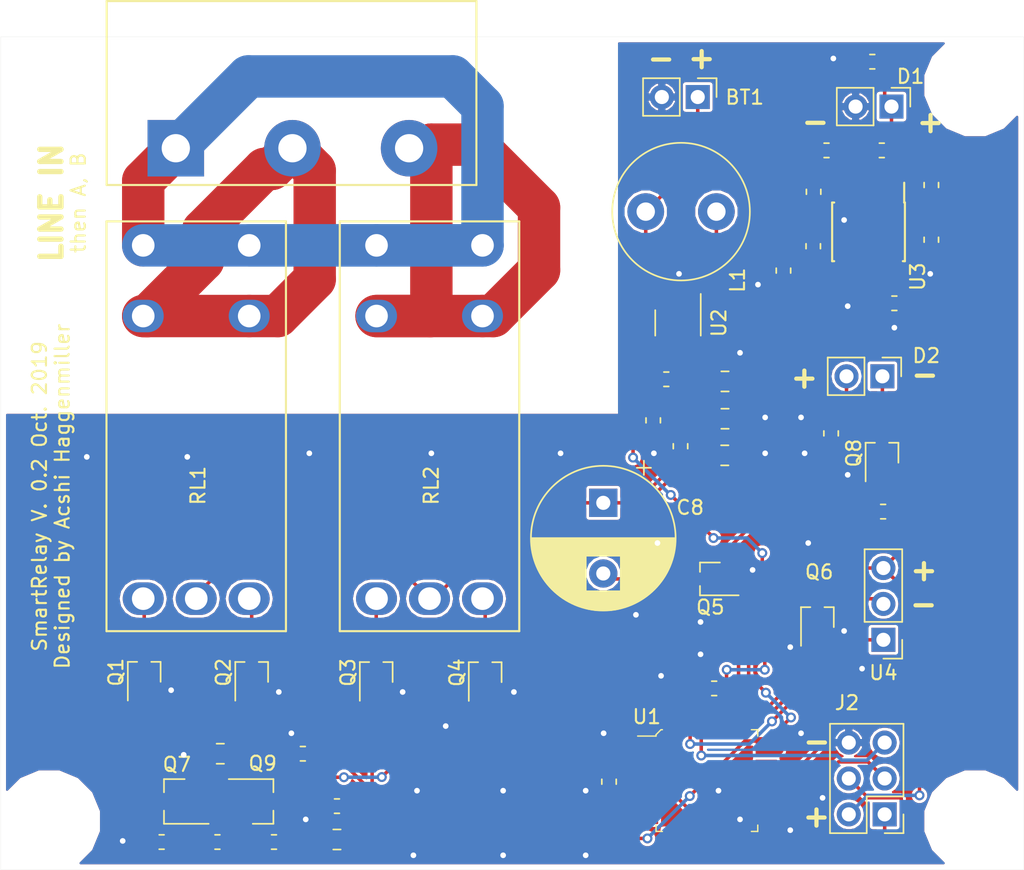
<source format=kicad_pcb>
(kicad_pcb (version 20171130) (host pcbnew "(5.0.2)-1")
  (layers (0 F.Cu signal) (31 B.Cu signal) (34 B.Paste user) (35 F.Paste user) (36 B.SilkS user) (37 F.SilkS user) (38 B.Mask user) (39 F.Mask user) (44 Edge.Cuts user))
  (net 0 "")
  (net 1 GND)
  (net 2 /+1.2V)
  (net 3 +5V)
  (net 4 /NOISE)
  (net 5 /LiveIn)
  (net 6 /LiveOutA)
  (net 7 /LiveOutB)
  (net 8 "Net-(L1-Pad2)")
  (net 9 "Net-(Q1-Pad3)")
  (net 10 "Net-(Q2-Pad3)")
  (net 11 "Net-(Q3-Pad3)")
  (net 12 "Net-(Q4-Pad3)")
  (net 13 /RELAY_CTRL_A_RESET)
  (net 14 /RELAY_CTRL_A_SET)
  (net 15 /RELAY_CTRL_B_RESET)
  (net 16 /RELAY_CTRL_B_SET)
  (net 17 /IR_SEND)
  (net 18 /IR_RECV)
  (net 19 /MOSI)
  (net 20 /MISO)
  (net 21 /SCK)
  (net 22 "Net-(C3-Pad1)")
  (net 23 "Net-(C3-Pad2)")
  (net 24 "Net-(C4-Pad1)")
  (net 25 /WAKEUP)
  (net 26 "Net-(C10-Pad1)")
  (net 27 "Net-(C11-Pad1)")
  (net 28 "Net-(D2-Pad1)")
  (net 29 "Net-(D2-Pad2)")
  (net 30 /~RST)
  (net 31 /CAP_ENABLE)
  (net 32 "Net-(C8-Pad2)")
  (net 33 /RECV_ENABLE)
  (net 34 "Net-(R3-Pad2)")
  (net 35 "Net-(R4-Pad2)")
  (net 36 "Net-(R5-Pad2)")
  (net 37 "Net-(R8-Pad2)")
  (net 38 /+5V_RELAY)
  (net 39 "Net-(C9-Pad1)")
  (net 40 "Net-(Q7-Pad2)")
  (net 41 "Net-(Q6-Pad3)")
  (module MountingHole:MountingHole_3.2mm_M3 (layer F.Cu) (at 171.831 138.049)
    (fp_text reference REF** hide)
    (fp_text value MountingHole_3.2mm_M3)
    (pad "" np_thru_hole circle (at 0 0) (size 3.2 3.2) (drill 3.2) (layers *.Cu *.Mask) (clearance 2))
  )
  (module MountingHole:MountingHole_3.2mm_M3 (layer F.Cu) (at 106.299 138.049)
    (fp_text reference REF** hide)
    (fp_text value MountingHole_3.2mm_M3)
    (pad "" np_thru_hole circle (at 0 0) (size 3.2 3.2) (drill 3.2) (layers *.Cu *.Mask) (clearance 2))
  )
  (module MountingHole:MountingHole_3.2mm_M3 (layer F.Cu) (at 171.831 85.979)
    (fp_text reference REF** hide)
    (fp_text value MountingHole_3.2mm_M3)
    (pad "" np_thru_hole circle (at 0 0) (size 3.2 3.2) (drill 3.2) (layers *.Cu *.Mask) (clearance 2))
  )
  (module LatchingRelay:LatchingRelayG5RL-K1A-E (layer F.Cu) (at 124.46 114.3 90)
    (fp_text reference RL1 (at 0 -7.62 90) (layer F.SilkS))
    (fp_text value G5RL-K1A-E)
    (pad 3 thru_hole oval (at 17 -4 90) (size 2.3 2.9) (drill 1.6) (layers *.Cu *.Mask) (net 5 /LiveIn))
    (pad 2 thru_hole oval (at 12 -4 90) (size 2.3 2.9) (drill 1.6) (layers *.Cu *.Mask) (net 6 /LiveOutA))
    (pad 3 thru_hole oval (at 17 -11.5 90) (size 2.3 2.9) (drill 1.6) (layers *.Cu *.Mask) (net 5 /LiveIn))
    (pad 2 thru_hole oval (at 12 -11.5 90) (size 2.3 2.9) (drill 1.6) (layers *.Cu *.Mask) (net 6 /LiveOutA))
    (pad 4 thru_hole oval (at -8 -4 90) (size 2.3 2.9) (drill 1.6) (layers *.Cu *.Mask) (net 10 "Net-(Q2-Pad3)"))
    (pad 5 thru_hole oval (at -8 -7.75 90) (size 2.3 2.9) (drill 1.6) (layers *.Cu *.Mask) (net 38 /+5V_RELAY))
    (pad 1 thru_hole oval (at -8 -11.5 90) (size 2.3 2.9) (drill 1.6) (layers *.Cu *.Mask) (net 9 "Net-(Q1-Pad3)"))
  )
  (module LatchingRelay:LatchingRelayG5RL-K1A-E (layer F.Cu) (at 140.97 114.3 90)
    (fp_text reference RL2 (at 0 -7.62 90) (layer F.SilkS))
    (fp_text value G5RL-K1A-E)
    (pad 3 thru_hole oval (at 17 -4 90) (size 2.3 2.9) (drill 1.6) (layers *.Cu *.Mask) (net 5 /LiveIn))
    (pad 2 thru_hole oval (at 12 -4 90) (size 2.3 2.9) (drill 1.6) (layers *.Cu *.Mask) (net 7 /LiveOutB))
    (pad 3 thru_hole oval (at 17 -11.5 90) (size 2.3 2.9) (drill 1.6) (layers *.Cu *.Mask) (net 5 /LiveIn))
    (pad 2 thru_hole oval (at 12 -11.5 90) (size 2.3 2.9) (drill 1.6) (layers *.Cu *.Mask) (net 7 /LiveOutB))
    (pad 4 thru_hole oval (at -8 -4 90) (size 2.3 2.9) (drill 1.6) (layers *.Cu *.Mask) (net 12 "Net-(Q4-Pad3)"))
    (pad 5 thru_hole oval (at -8 -7.75 90) (size 2.3 2.9) (drill 1.6) (layers *.Cu *.Mask) (net 38 /+5V_RELAY))
    (pad 1 thru_hole oval (at -8 -11.5 90) (size 2.3 2.9) (drill 1.6) (layers *.Cu *.Mask) (net 11 "Net-(Q3-Pad3)"))
  )
  (module Connector_PinHeader_2.54mm:PinHeader_1x02_P2.54mm_Vertical (layer F.Cu) (at 152.201657 86.800921 270)
    (fp_text reference BT1 (at 0.016279 -3.322543) (layer F.SilkS))
    (fp_text value Battery_Cell)
    (pad 2 thru_hole oval (at 0 2.54 270) (size 1.7 1.7) (drill 1) (layers *.Cu *.Mask) (net 1 GND))
    (pad 1 thru_hole rect (at 0 0 270) (size 1.7 1.7) (drill 1) (layers *.Cu *.Mask) (net 2 /+1.2V))
  )
  (module Capacitor_SMD:C_0603_1608Metric_Pad1.05x0.95mm_HandSolder (layer F.Cu) (at 145.923 135.255 270)
    (fp_text reference C1 hide)
    (fp_text value 100nF)
    (pad 2 smd roundrect (at 0.875 0 270) (size 1.05 0.95) (layers F.Cu F.Paste F.Mask) (net 1 GND))
    (pad 1 smd roundrect (at -0.875 0 270) (size 1.05 0.95) (layers F.Cu F.Paste F.Mask) (net 3 +5V))
  )
  (module Capacitor_SMD:C_0805_2012Metric_Pad1.15x1.40mm_HandSolder (layer F.Cu) (at 154.131058 106.92612)
    (fp_text reference C2 hide)
    (fp_text value 4.7uF)
    (pad 1 smd roundrect (at -1.025 0) (size 1.15 1.4) (layers F.Cu F.Paste F.Mask) (roundrect_rratio 0.217391) (net 2 /+1.2V))
    (pad 2 smd roundrect (at 1.025 0) (size 1.15 1.4) (layers F.Cu F.Paste F.Mask) (roundrect_rratio 0.217391) (net 1 GND))
  )
  (module Capacitor_SMD:C_0603_1608Metric_Pad1.05x0.95mm_HandSolder (layer F.Cu) (at 165.227 90.5764)
    (fp_text reference C3 hide)
    (fp_text value 0.15nF)
    (pad 1 smd roundrect (at -0.875 0) (size 1.05 0.95) (layers F.Cu F.Paste F.Mask) (net 22 "Net-(C3-Pad1)"))
    (pad 2 smd roundrect (at 0.875 0) (size 1.05 0.95) (layers F.Cu F.Paste F.Mask) (net 23 "Net-(C3-Pad2)"))
  )
  (module Capacitor_SMD:C_0603_1608Metric_Pad1.05x0.95mm_HandSolder (layer F.Cu) (at 168.7322 96.901 270)
    (fp_text reference C4 hide)
    (fp_text value 100nF)
    (pad 2 smd roundrect (at 0.875 0 270) (size 1.05 0.95) (layers F.Cu F.Paste F.Mask) (net 1 GND))
    (pad 1 smd roundrect (at -0.875 0 270) (size 1.05 0.95) (layers F.Cu F.Paste F.Mask) (net 24 "Net-(C4-Pad1)"))
  )
  (module Capacitor_SMD:C_0603_1608Metric_Pad1.05x0.95mm_HandSolder (layer F.Cu) (at 166.116 101.3968)
    (fp_text reference C5 hide)
    (fp_text value 100nF)
    (pad 1 smd roundrect (at -0.875 0) (size 1.05 0.95) (layers F.Cu F.Paste F.Mask) (net 25 /WAKEUP))
    (pad 2 smd roundrect (at 0.875 0) (size 1.05 0.95) (layers F.Cu F.Paste F.Mask) (net 1 GND))
  )
  (module Capacitor_SMD:C_0805_2012Metric_Pad1.15x1.40mm_HandSolder (layer F.Cu) (at 154.131058 109.56772)
    (fp_text reference C6 hide)
    (fp_text value 10uF)
    (pad 1 smd roundrect (at -1.025 0) (size 1.15 1.4) (layers F.Cu F.Paste F.Mask) (roundrect_rratio 0.217391) (net 3 +5V))
    (pad 2 smd roundrect (at 1.025 0) (size 1.15 1.4) (layers F.Cu F.Paste F.Mask) (roundrect_rratio 0.217391) (net 1 GND))
  )
  (module Capacitor_SMD:C_0805_2012Metric_Pad1.15x1.40mm_HandSolder (layer F.Cu) (at 154.114658 112.15852)
    (fp_text reference C7 hide)
    (fp_text value 10uF)
    (pad 2 smd roundrect (at 1.025 0) (size 1.15 1.4) (layers F.Cu F.Paste F.Mask) (roundrect_rratio 0.217391) (net 1 GND))
    (pad 1 smd roundrect (at -1.025 0) (size 1.15 1.4) (layers F.Cu F.Paste F.Mask) (roundrect_rratio 0.217391) (net 3 +5V))
  )
  (module Capacitor_SMD:C_0805_2012Metric_Pad1.15x1.40mm_HandSolder (layer F.Cu) (at 118.4148 133.2738 180)
    (fp_text reference C10 hide)
    (fp_text value 10uF)
    (pad 1 smd roundrect (at -1.025 0 180) (size 1.15 1.4) (layers F.Cu F.Paste F.Mask) (roundrect_rratio 0.217391) (net 26 "Net-(C10-Pad1)"))
    (pad 2 smd roundrect (at 1.025 0 180) (size 1.15 1.4) (layers F.Cu F.Paste F.Mask) (roundrect_rratio 0.217391) (net 1 GND))
  )
  (module Capacitor_SMD:C_0805_2012Metric_Pad1.15x1.40mm_HandSolder (layer F.Cu) (at 126.6698 139.3444)
    (fp_text reference C11 hide)
    (fp_text value 10uF)
    (pad 2 smd roundrect (at 1.025 0) (size 1.15 1.4) (layers F.Cu F.Paste F.Mask) (roundrect_rratio 0.217391) (net 4 /NOISE))
    (pad 1 smd roundrect (at -1.025 0) (size 1.15 1.4) (layers F.Cu F.Paste F.Mask) (roundrect_rratio 0.217391) (net 27 "Net-(C11-Pad1)"))
  )
  (module Connector_PinHeader_2.54mm:PinHeader_1x02_P2.54mm_Vertical (layer F.Cu) (at 165.9128 87.4776 270)
    (fp_text reference D1 (at -2.1336 -1.3462) (layer F.SilkS))
    (fp_text value D_Photo)
    (pad 1 thru_hole rect (at 0 0 270) (size 1.7 1.7) (drill 1) (layers *.Cu *.Mask) (net 23 "Net-(C3-Pad2)"))
    (pad 2 thru_hole oval (at 0 2.54 270) (size 1.7 1.7) (drill 1) (layers *.Cu *.Mask) (net 1 GND))
  )
  (module Connector_PinHeader_2.54mm:PinHeader_1x02_P2.54mm_Vertical (layer F.Cu) (at 165.269723 106.565904 270)
    (fp_text reference D2 (at -1.460704 -3.106877) (layer F.SilkS))
    (fp_text value IR1503)
    (pad 1 thru_hole rect (at 0 0 270) (size 1.7 1.7) (drill 1) (layers *.Cu *.Mask) (net 28 "Net-(D2-Pad1)"))
    (pad 2 thru_hole oval (at 0 2.54 270) (size 1.7 1.7) (drill 1) (layers *.Cu *.Mask) (net 29 "Net-(D2-Pad2)"))
  )
  (module Inductor_THT:L_Radial_D9.5mm_P5.00mm_Fastron_07HVP (layer F.Cu) (at 148.521458 94.91192)
    (fp_text reference L1 (at 6.4986 4.8514 90) (layer F.SilkS))
    (fp_text value 4.7uH)
    (pad 1 thru_hole circle (at 0 0) (size 2.6 2.6) (drill 1.3) (layers *.Cu *.Mask) (net 2 /+1.2V))
    (pad 2 thru_hole circle (at 5 0) (size 2.6 2.6) (drill 1.3) (layers *.Cu *.Mask) (net 8 "Net-(L1-Pad2)"))
  )
  (module Package_TO_SOT_SMD:SOT-323_SC-70_Handsoldering (layer F.Cu) (at 113.03 127.508 90)
    (fp_text reference Q1 (at 0 -2 90) (layer F.SilkS))
    (fp_text value 2N7002WT1G)
    (pad 1 smd rect (at -1.33 -0.65) (size 0.45 1.5) (layers F.Cu F.Paste F.Mask) (net 13 /RELAY_CTRL_A_RESET))
    (pad 2 smd rect (at -1.33 0.65) (size 0.45 1.5) (layers F.Cu F.Paste F.Mask) (net 1 GND))
    (pad 3 smd rect (at 1.33 0) (size 0.45 1.5) (layers F.Cu F.Paste F.Mask) (net 9 "Net-(Q1-Pad3)"))
  )
  (module Package_TO_SOT_SMD:SOT-323_SC-70_Handsoldering (layer F.Cu) (at 120.635 127.5172 90)
    (fp_text reference Q2 (at 0 -2 90) (layer F.SilkS))
    (fp_text value 2N7002WT1G)
    (pad 3 smd rect (at 1.33 0) (size 0.45 1.5) (layers F.Cu F.Paste F.Mask) (net 10 "Net-(Q2-Pad3)"))
    (pad 2 smd rect (at -1.33 0.65) (size 0.45 1.5) (layers F.Cu F.Paste F.Mask) (net 1 GND))
    (pad 1 smd rect (at -1.33 -0.65) (size 0.45 1.5) (layers F.Cu F.Paste F.Mask) (net 14 /RELAY_CTRL_A_SET))
  )
  (module Package_TO_SOT_SMD:SOT-323_SC-70_Handsoldering (layer F.Cu) (at 129.4488 127.5242 90)
    (fp_text reference Q3 (at 0 -2 90) (layer F.SilkS))
    (fp_text value 2N7002WT1G)
    (pad 1 smd rect (at -1.33 -0.65) (size 0.45 1.5) (layers F.Cu F.Paste F.Mask) (net 15 /RELAY_CTRL_B_RESET))
    (pad 2 smd rect (at -1.33 0.65) (size 0.45 1.5) (layers F.Cu F.Paste F.Mask) (net 1 GND))
    (pad 3 smd rect (at 1.33 0) (size 0.45 1.5) (layers F.Cu F.Paste F.Mask) (net 11 "Net-(Q3-Pad3)"))
  )
  (module Package_TO_SOT_SMD:SOT-323_SC-70_Handsoldering (layer F.Cu) (at 137.16 127.5334 90)
    (fp_text reference Q4 (at 0 -2 90) (layer F.SilkS))
    (fp_text value 2N7002WT1G)
    (pad 3 smd rect (at 1.33 0) (size 0.45 1.5) (layers F.Cu F.Paste F.Mask) (net 12 "Net-(Q4-Pad3)"))
    (pad 2 smd rect (at -1.33 0.65) (size 0.45 1.5) (layers F.Cu F.Paste F.Mask) (net 1 GND))
    (pad 1 smd rect (at -1.33 -0.65) (size 0.45 1.5) (layers F.Cu F.Paste F.Mask) (net 16 /RELAY_CTRL_B_SET))
  )
  (module Package_TO_SOT_SMD:SOT-323_SC-70_Handsoldering (layer F.Cu) (at 153.095 120.904 180)
    (fp_text reference Q5 (at 0 -2 180) (layer F.SilkS))
    (fp_text value 2N7002WT1G)
    (pad 3 smd rect (at 1.33 0 90) (size 0.45 1.5) (layers F.Cu F.Paste F.Mask) (net 32 "Net-(C8-Pad2)"))
    (pad 2 smd rect (at -1.33 0.65 90) (size 0.45 1.5) (layers F.Cu F.Paste F.Mask) (net 1 GND))
    (pad 1 smd rect (at -1.33 -0.65 90) (size 0.45 1.5) (layers F.Cu F.Paste F.Mask) (net 31 /CAP_ENABLE))
  )
  (module Package_TO_SOT_SMD:SOT-323_SC-70_Handsoldering (layer F.Cu) (at 160.67 123.638 90)
    (fp_text reference Q6 (at 3.2258 0.127 -180) (layer F.SilkS))
    (fp_text value 2N7002WT1G)
    (pad 1 smd rect (at -1.33 -0.65) (size 0.45 1.5) (layers F.Cu F.Paste F.Mask) (net 33 /RECV_ENABLE))
    (pad 2 smd rect (at -1.33 0.65) (size 0.45 1.5) (layers F.Cu F.Paste F.Mask) (net 1 GND))
    (pad 3 smd rect (at 1.33 0) (size 0.45 1.5) (layers F.Cu F.Paste F.Mask) (net 41 "Net-(Q6-Pad3)"))
  )
  (module Resistor_SMD:R_0603_1608Metric_Pad1.05x0.95mm_HandSolder (layer F.Cu) (at 153.3652 128.651 180)
    (fp_text reference R1 hide)
    (fp_text value 10k)
    (pad 1 smd roundrect (at -0.875 0 180) (size 1.05 0.95) (layers F.Cu F.Paste F.Mask) (net 3 +5V))
    (pad 2 smd roundrect (at 0.875 0 180) (size 1.05 0.95) (layers F.Cu F.Paste F.Mask) (net 30 /~RST))
  )
  (module Resistor_SMD:R_0603_1608Metric_Pad1.05x0.95mm_HandSolder (layer F.Cu) (at 164.5552 84.3026 180)
    (fp_text reference R2 hide)
    (fp_text value 1M)
    (pad 2 smd roundrect (at 0.875 0 180) (size 1.05 0.95) (layers F.Cu F.Paste F.Mask) (net 1 GND))
    (pad 1 smd roundrect (at -0.875 0 180) (size 1.05 0.95) (layers F.Cu F.Paste F.Mask) (net 23 "Net-(C3-Pad2)"))
  )
  (module Resistor_SMD:R_0603_1608Metric_Pad1.05x0.95mm_HandSolder (layer F.Cu) (at 161.3154 90.5764 180)
    (fp_text reference R3 hide)
    (fp_text value 22M)
    (pad 1 smd roundrect (at -0.875 0 180) (size 1.05 0.95) (layers F.Cu F.Paste F.Mask) (net 22 "Net-(C3-Pad1)"))
    (pad 2 smd roundrect (at 0.875 0 180) (size 1.05 0.95) (layers F.Cu F.Paste F.Mask) (net 34 "Net-(R3-Pad2)"))
  )
  (module Resistor_SMD:R_0603_1608Metric_Pad1.05x0.95mm_HandSolder (layer F.Cu) (at 160.401 93.5088 270)
    (fp_text reference R4 hide)
    (fp_text value 22M)
    (pad 1 smd roundrect (at -0.875 0 270) (size 1.05 0.95) (layers F.Cu F.Paste F.Mask) (net 34 "Net-(R3-Pad2)"))
    (pad 2 smd roundrect (at 0.875 0 270) (size 1.05 0.95) (layers F.Cu F.Paste F.Mask) (net 35 "Net-(R4-Pad2)"))
  )
  (module Resistor_SMD:R_0603_1608Metric_Pad1.05x0.95mm_HandSolder (layer F.Cu) (at 160.3756 97.3582 270)
    (fp_text reference R5 hide)
    (fp_text value 22M)
    (pad 2 smd roundrect (at 0.875 0 270) (size 1.05 0.95) (layers F.Cu F.Paste F.Mask) (net 36 "Net-(R5-Pad2)"))
    (pad 1 smd roundrect (at -0.875 0 270) (size 1.05 0.95) (layers F.Cu F.Paste F.Mask) (net 35 "Net-(R4-Pad2)"))
  )
  (module Resistor_SMD:R_0603_1608Metric_Pad1.05x0.95mm_HandSolder (layer F.Cu) (at 158.2674 99.0854 270)
    (fp_text reference R6 hide)
    (fp_text value 22M)
    (pad 2 smd roundrect (at 0.875 0 270) (size 1.05 0.95) (layers F.Cu F.Paste F.Mask) (net 1 GND))
    (pad 1 smd roundrect (at -0.875 0 270) (size 1.05 0.95) (layers F.Cu F.Paste F.Mask) (net 36 "Net-(R5-Pad2)"))
  )
  (module Resistor_SMD:R_0603_1608Metric_Pad1.05x0.95mm_HandSolder (layer F.Cu) (at 168.7322 93.0288 90)
    (fp_text reference R7 hide)
    (fp_text value 470k)
    (pad 2 smd roundrect (at 0.875 0 90) (size 1.05 0.95) (layers F.Cu F.Paste F.Mask) (net 22 "Net-(C3-Pad1)"))
    (pad 1 smd roundrect (at -0.875 0 90) (size 1.05 0.95) (layers F.Cu F.Paste F.Mask) (net 24 "Net-(C4-Pad1)"))
  )
  (module Resistor_SMD:R_0603_1608Metric_Pad1.05x0.95mm_HandSolder (layer F.Cu) (at 149.976858 106.77372 180)
    (fp_text reference R8 hide)
    (fp_text value 3.09M)
    (pad 2 smd roundrect (at 0.875 0 180) (size 1.05 0.95) (layers F.Cu F.Paste F.Mask) (net 37 "Net-(R8-Pad2)"))
    (pad 1 smd roundrect (at -0.875 0 180) (size 1.05 0.95) (layers F.Cu F.Paste F.Mask) (net 3 +5V))
  )
  (module Resistor_SMD:R_0603_1608Metric_Pad1.05x0.95mm_HandSolder (layer F.Cu) (at 149.051058 109.68332 270)
    (fp_text reference R9 hide)
    (fp_text value 1M)
    (pad 1 smd roundrect (at -0.875 0 270) (size 1.05 0.95) (layers F.Cu F.Paste F.Mask) (net 37 "Net-(R8-Pad2)"))
    (pad 2 smd roundrect (at 0.875 0 270) (size 1.05 0.95) (layers F.Cu F.Paste F.Mask) (net 1 GND))
  )
  (module Resistor_SMD:R_0603_1608Metric_Pad1.05x0.95mm_HandSolder (layer F.Cu) (at 150.981458 111.51212 270)
    (fp_text reference R10 hide)
    (fp_text value 47R)
    (pad 1 smd roundrect (at -0.875 0 270) (size 1.05 0.95) (layers F.Cu F.Paste F.Mask) (net 3 +5V))
    (pad 2 smd roundrect (at 0.875 0 270) (size 1.05 0.95) (layers F.Cu F.Paste F.Mask) (net 38 /+5V_RELAY))
  )
  (module Resistor_SMD:R_0603_1608Metric_Pad1.05x0.95mm_HandSolder (layer F.Cu) (at 165.320523 116.141704 180)
    (fp_text reference R11 hide)
    (fp_text value 1k)
    (pad 2 smd roundrect (at 0.875 0 180) (size 1.05 0.95) (layers F.Cu F.Paste F.Mask) (net 17 /IR_SEND))
    (pad 1 smd roundrect (at -0.875 0 180) (size 1.05 0.95) (layers F.Cu F.Paste F.Mask))
  )
  (module Resistor_SMD:R_0603_1608Metric_Pad1.05x0.95mm_HandSolder (layer F.Cu) (at 118.2116 139.5222 180)
    (fp_text reference R12 hide)
    (fp_text value 680k)
    (pad 2 smd roundrect (at 0.875 0 180) (size 1.05 0.95) (layers F.Cu F.Paste F.Mask) (net 39 "Net-(C9-Pad1)"))
    (pad 1 smd roundrect (at -0.875 0 180) (size 1.05 0.95) (layers F.Cu F.Paste F.Mask) (net 3 +5V))
  )
  (module Resistor_SMD:R_0603_1608Metric_Pad1.05x0.95mm_HandSolder (layer F.Cu) (at 161.637523 110.604504 90)
    (fp_text reference R13 hide)
    (fp_text value 3.9R)
    (pad 1 smd roundrect (at -0.875 0 90) (size 1.05 0.95) (layers F.Cu F.Paste F.Mask) (net 3 +5V))
    (pad 2 smd roundrect (at 0.875 0 90) (size 1.05 0.95) (layers F.Cu F.Paste F.Mask) (net 29 "Net-(D2-Pad2)"))
  )
  (module Resistor_SMD:R_0603_1608Metric_Pad1.05x0.95mm_HandSolder (layer F.Cu) (at 122.2134 139.5222)
    (fp_text reference R14 hide)
    (fp_text value 4.7k)
    (pad 1 smd roundrect (at -0.875 0) (size 1.05 0.95) (layers F.Cu F.Paste F.Mask) (net 3 +5V))
    (pad 2 smd roundrect (at 0.875 0) (size 1.05 0.95) (layers F.Cu F.Paste F.Mask) (net 27 "Net-(C11-Pad1)"))
  )
  (module Resistor_SMD:R_0603_1608Metric_Pad1.05x0.95mm_HandSolder (layer F.Cu) (at 124.2568 133.2738)
    (fp_text reference R15 hide)
    (fp_text value 1k)
    (pad 1 smd roundrect (at -0.875 0) (size 1.05 0.95) (layers F.Cu F.Paste F.Mask) (net 26 "Net-(C10-Pad1)"))
    (pad 2 smd roundrect (at 0.875 0) (size 1.05 0.95) (layers F.Cu F.Paste F.Mask) (net 1 GND))
  )
  (module Resistor_SMD:R_0603_1608Metric_Pad1.05x0.95mm_HandSolder (layer F.Cu) (at 126.6698 136.9822 180)
    (fp_text reference R16 hide)
    (fp_text value 100k)
    (pad 2 smd roundrect (at 0.875 0 180) (size 1.05 0.95) (layers F.Cu F.Paste F.Mask) (net 1 GND))
    (pad 1 smd roundrect (at -0.875 0 180) (size 1.05 0.95) (layers F.Cu F.Paste F.Mask) (net 4 /NOISE))
  )
  (module digikey-footprints:TQFP-32_7x7mm (layer F.Cu) (at 152.849801 135.174201)
    (fp_text reference U1 (at -4.259801 -4.516601) (layer F.SilkS))
    (fp_text value ATMEGA328PB-AU)
    (pad 9 smd rect (at -2.8 4.2) (size 0.55 1.5) (layers F.Cu F.Paste F.Mask))
    (pad 1 smd rect (at -4.2 -2.8) (size 1.5 0.55) (layers F.Cu F.Paste F.Mask) (net 16 /RELAY_CTRL_B_SET))
    (pad 2 smd rect (at -4.2 -2) (size 1.5 0.55) (layers F.Cu F.Paste F.Mask) (net 15 /RELAY_CTRL_B_RESET))
    (pad 3 smd rect (at -4.2 -1.2) (size 1.5 0.55) (layers F.Cu F.Paste F.Mask))
    (pad 4 smd rect (at -4.2 -0.4) (size 1.5 0.55) (layers F.Cu F.Paste F.Mask) (net 3 +5V))
    (pad 5 smd rect (at -4.2 0.4) (size 1.5 0.55) (layers F.Cu F.Paste F.Mask) (net 1 GND))
    (pad 6 smd rect (at -4.2 1.2) (size 1.5 0.55) (layers F.Cu F.Paste F.Mask))
    (pad 7 smd rect (at -4.2 2) (size 1.5 0.55) (layers F.Cu F.Paste F.Mask) (net 14 /RELAY_CTRL_A_SET))
    (pad 8 smd rect (at -4.2 2.8) (size 1.5 0.55) (layers F.Cu F.Paste F.Mask) (net 13 /RELAY_CTRL_A_RESET))
    (pad 10 smd rect (at -2 4.2) (size 0.55 1.5) (layers F.Cu F.Paste F.Mask))
    (pad 11 smd rect (at -1.2 4.2) (size 0.55 1.5) (layers F.Cu F.Paste F.Mask))
    (pad 12 smd rect (at -0.4 4.2) (size 0.55 1.5) (layers F.Cu F.Paste F.Mask))
    (pad 13 smd rect (at 0.4 4.2) (size 0.55 1.5) (layers F.Cu F.Paste F.Mask))
    (pad 14 smd rect (at 1.2 4.2) (size 0.55 1.5) (layers F.Cu F.Paste F.Mask))
    (pad 15 smd rect (at 2 4.2) (size 0.55 1.5) (layers F.Cu F.Paste F.Mask) (net 19 /MOSI))
    (pad 16 smd rect (at 2.8 4.2) (size 0.55 1.5) (layers F.Cu F.Paste F.Mask) (net 20 /MISO))
    (pad 17 smd rect (at 4.2 2.8) (size 1.5 0.55) (layers F.Cu F.Paste F.Mask) (net 21 /SCK))
    (pad 18 smd rect (at 4.2 2) (size 1.5 0.55) (layers F.Cu F.Paste F.Mask) (net 3 +5V))
    (pad 19 smd rect (at 4.2 1.2) (size 1.5 0.55) (layers F.Cu F.Paste F.Mask))
    (pad 20 smd rect (at 4.2 0.4) (size 1.5 0.55) (layers F.Cu F.Paste F.Mask))
    (pad 21 smd rect (at 4.2 -0.4) (size 1.5 0.55) (layers F.Cu F.Paste F.Mask) (net 1 GND))
    (pad 22 smd rect (at 4.2 -1.2) (size 1.5 0.55) (layers F.Cu F.Paste F.Mask))
    (pad 23 smd rect (at 4.2 -2) (size 1.5 0.55) (layers F.Cu F.Paste F.Mask) (net 2 /+1.2V))
    (pad 24 smd rect (at 4.2 -2.8) (size 1.5 0.55) (layers F.Cu F.Paste F.Mask) (net 4 /NOISE))
    (pad 25 smd rect (at 2.8 -4.2) (size 0.55 1.5) (layers F.Cu F.Paste F.Mask) (net 33 /RECV_ENABLE))
    (pad 26 smd rect (at 2 -4.2) (size 0.55 1.5) (layers F.Cu F.Paste F.Mask) (net 31 /CAP_ENABLE))
    (pad 27 smd rect (at 1.2 -4.2) (size 0.55 1.5) (layers F.Cu F.Paste F.Mask))
    (pad 28 smd rect (at 0.4 -4.2) (size 0.55 1.5) (layers F.Cu F.Paste F.Mask))
    (pad 29 smd rect (at -0.4 -4.2) (size 0.55 1.5) (layers F.Cu F.Paste F.Mask) (net 30 /~RST))
    (pad 30 smd rect (at -1.2 -4.2) (size 0.55 1.5) (layers F.Cu F.Paste F.Mask) (net 18 /IR_RECV))
    (pad 31 smd rect (at -2 -4.2) (size 0.55 1.5) (layers F.Cu F.Paste F.Mask) (net 17 /IR_SEND))
    (pad 32 smd rect (at -2.8 -4.2) (size 0.55 1.5) (layers F.Cu F.Paste F.Mask) (net 25 /WAKEUP))
  )
  (module Package_TO_SOT_SMD:SOT-23-6_Handsoldering (layer F.Cu) (at 150.803658 102.78592 270)
    (fp_text reference U2 (at 0 -2.9 270) (layer F.SilkS))
    (fp_text value MCP16251T-I/CH)
    (pad 1 smd rect (at -1.35 -0.95 270) (size 1.56 0.65) (layers F.Cu F.Paste F.Mask) (net 8 "Net-(L1-Pad2)"))
    (pad 2 smd rect (at -1.35 0 270) (size 1.56 0.65) (layers F.Cu F.Paste F.Mask) (net 1 GND))
    (pad 3 smd rect (at -1.35 0.95 270) (size 1.56 0.65) (layers F.Cu F.Paste F.Mask) (net 2 /+1.2V))
    (pad 4 smd rect (at 1.35 0.95 270) (size 1.56 0.65) (layers F.Cu F.Paste F.Mask) (net 37 "Net-(R8-Pad2)"))
    (pad 6 smd rect (at 1.35 -0.95 270) (size 1.56 0.65) (layers F.Cu F.Paste F.Mask) (net 2 /+1.2V))
    (pad 5 smd rect (at 1.35 0 270) (size 1.56 0.65) (layers F.Cu F.Paste F.Mask) (net 3 +5V))
  )
  (module Package_SO:SOIC-8_3.9x4.9mm_P1.27mm (layer F.Cu) (at 164.2872 96.3422 270)
    (fp_text reference U3 (at 3.175 -3.4798 270) (layer F.SilkS))
    (fp_text value MAX918ESA)
    (pad 1 smd rect (at -2.7 -1.905 270) (size 1.55 0.6) (layers F.Cu F.Paste F.Mask))
    (pad 2 smd rect (at -2.7 -0.635 270) (size 1.55 0.6) (layers F.Cu F.Paste F.Mask) (net 24 "Net-(C4-Pad1)"))
    (pad 3 smd rect (at -2.7 0.635 270) (size 1.55 0.6) (layers F.Cu F.Paste F.Mask) (net 22 "Net-(C3-Pad1)"))
    (pad 4 smd rect (at -2.7 1.905 270) (size 1.55 0.6) (layers F.Cu F.Paste F.Mask) (net 1 GND))
    (pad 5 smd rect (at 2.7 1.905 270) (size 1.55 0.6) (layers F.Cu F.Paste F.Mask))
    (pad 6 smd rect (at 2.7 0.635 270) (size 1.55 0.6) (layers F.Cu F.Paste F.Mask) (net 25 /WAKEUP))
    (pad 7 smd rect (at 2.7 -0.635 270) (size 1.55 0.6) (layers F.Cu F.Paste F.Mask) (net 3 +5V))
    (pad 8 smd rect (at 2.7 -1.905 270) (size 1.55 0.6) (layers F.Cu F.Paste F.Mask))
  )
  (module Connector_PinHeader_2.54mm:PinHeader_1x03_P2.54mm_Vertical (layer F.Cu) (at 165.340127 125.213759 180)
    (fp_text reference U4 (at 0 -2.33 180) (layer F.SilkS))
    (fp_text value TSOP38338)
    (pad 1 thru_hole rect (at 0 0 180) (size 1.7 1.7) (drill 1) (layers *.Cu *.Mask) (net 18 /IR_RECV))
    (pad 2 thru_hole oval (at 0 2.54 180) (size 1.7 1.7) (drill 1) (layers *.Cu *.Mask) (net 41 "Net-(Q6-Pad3)"))
    (pad 3 thru_hole oval (at 0 5.08 180) (size 1.7 1.7) (drill 1) (layers *.Cu *.Mask) (net 3 +5V))
  )
  (module Capacitor_THT:CP_Radial_D10.0mm_P5.00mm (layer F.Cu) (at 145.5166 115.5192 270)
    (fp_text reference C8 (at 0.3302 -6.1468) (layer F.SilkS))
    (fp_text value 2200uF)
    (pad 2 thru_hole circle (at 5 0 270) (size 2 2) (drill 1) (layers *.Cu *.Mask) (net 32 "Net-(C8-Pad2)"))
    (pad 1 thru_hole rect (at 0 0 270) (size 2 2) (drill 1) (layers *.Cu *.Mask) (net 38 /+5V_RELAY))
  )
  (module Capacitor_SMD:C_0603_1608Metric_Pad1.05x0.95mm_HandSolder (layer F.Cu) (at 114.2632 139.5222 180)
    (fp_text reference C9 hide)
    (fp_text value 100nF)
    (pad 2 smd roundrect (at 0.875 0 180) (size 1.05 0.95) (layers F.Cu F.Paste F.Mask) (net 1 GND))
    (pad 1 smd roundrect (at -0.875 0 180) (size 1.05 0.95) (layers F.Cu F.Paste F.Mask) (net 39 "Net-(C9-Pad1)"))
  )
  (module Package_TO_SOT_SMD:SOT-23_Handsoldering (layer F.Cu) (at 115.189 136.652 180)
    (fp_text reference Q7 (at -0.1524 2.6162 180) (layer F.SilkS))
    (fp_text value MMBT3904)
    (pad 1 smd rect (at -1.5 -0.95 180) (size 1.9 0.8) (layers F.Cu F.Paste F.Mask) (net 39 "Net-(C9-Pad1)"))
    (pad 2 smd rect (at -1.5 0.95 180) (size 1.9 0.8) (layers F.Cu F.Paste F.Mask) (net 40 "Net-(Q7-Pad2)"))
    (pad 3 smd rect (at 1.5 0 180) (size 1.9 0.8) (layers F.Cu F.Paste F.Mask))
  )
  (module Package_TO_SOT_SMD:SOT-23_Handsoldering (layer F.Cu) (at 121.412 136.652)
    (fp_text reference Q9 (at 0 -2.6924) (layer F.SilkS))
    (fp_text value MMBT3904)
    (pad 3 smd rect (at 1.5 0) (size 1.9 0.8) (layers F.Cu F.Paste F.Mask) (net 27 "Net-(C11-Pad1)"))
    (pad 2 smd rect (at -1.5 0.95) (size 1.9 0.8) (layers F.Cu F.Paste F.Mask) (net 40 "Net-(Q7-Pad2)"))
    (pad 1 smd rect (at -1.5 -0.95) (size 1.9 0.8) (layers F.Cu F.Paste F.Mask) (net 26 "Net-(C10-Pad1)"))
  )
  (module conn_barrier:CONN_BARRIER_STRIP_3CIRC_0.325in (layer F.Cu) (at 115.2652 90.424)
    (fp_text reference J1 hide)
    (fp_text value OSTYK42103030)
    (pad 1 thru_hole rect (at 0 0) (size 4 4) (drill 2) (layers *.Cu *.Mask) (net 5 /LiveIn))
    (pad 2 thru_hole circle (at 8.255 0) (size 4 4) (drill 2) (layers *.Cu *.Mask) (net 6 /LiveOutA))
    (pad 3 thru_hole circle (at 16.51 0) (size 4 4) (drill 2) (layers *.Cu *.Mask) (net 7 /LiveOutB))
  )
  (module Connector_PinHeader_2.54mm:PinHeader_2x03_P2.54mm_Vertical (layer F.Cu) (at 165.4302 137.5664 180)
    (fp_text reference J2 (at 2.667 7.8994 180) (layer F.SilkS))
    (fp_text value AVR-ISP-6)
    (pad 1 thru_hole rect (at 0 0 180) (size 1.7 1.7) (drill 1) (layers *.Cu *.Mask) (net 20 /MISO))
    (pad 2 thru_hole oval (at 2.54 0 180) (size 1.7 1.7) (drill 1) (layers *.Cu *.Mask) (net 3 +5V))
    (pad 3 thru_hole oval (at 0 2.54 180) (size 1.7 1.7) (drill 1) (layers *.Cu *.Mask) (net 21 /SCK))
    (pad 4 thru_hole oval (at 2.54 2.54 180) (size 1.7 1.7) (drill 1) (layers *.Cu *.Mask) (net 19 /MOSI))
    (pad 5 thru_hole oval (at 0 5.08 180) (size 1.7 1.7) (drill 1) (layers *.Cu *.Mask) (net 30 /~RST))
    (pad 6 thru_hole oval (at 2.54 5.08 180) (size 1.7 1.7) (drill 1) (layers *.Cu *.Mask) (net 1 GND))
  )
  (module MountingHole:MountingHole_3.2mm_M3 (layer F.Cu) (at 106.299 85.979)
    (fp_text reference REF** hide)
    (fp_text value MountingHole_3.2mm_M3)
    (pad "" np_thru_hole circle (at 0 0) (size 3.2 3.2) (drill 3.2) (layers *.Cu *.Mask) (clearance 2))
  )
  (module Package_TO_SOT_SMD:SOT-323_SC-70_Handsoldering (layer F.Cu) (at 165.242 112.001504 90)
    (fp_text reference Q8 (at 0 -2 90) (layer F.SilkS))
    (fp_text value 2N7002WT1G)
    (pad 1 smd rect (at -1.33 -0.65) (size 0.45 1.5) (layers F.Cu F.Paste F.Mask) (net 17 /IR_SEND))
    (pad 2 smd rect (at -1.33 0.65) (size 0.45 1.5) (layers F.Cu F.Paste F.Mask) (net 1 GND))
    (pad 3 smd rect (at 1.33 0) (size 0.45 1.5) (layers F.Cu F.Paste F.Mask) (net 28 "Net-(D2-Pad1)"))
  )
  (gr_line (start 175.26 141.478) (end 102.87 141.478) (layer Edge.Cuts) (width 0.01))
  (gr_line (start 175.26 82.55) (end 175.26 141.478) (layer Edge.Cuts) (width 0.01))
  (gr_line (start 102.87 82.55) (end 175.26 82.55) (layer Edge.Cuts) (width 0.01))
  (gr_text + (at 160.6042 137.8966 180) (layer F.SilkS) (effects (font (size 1.5 1.5) (thickness 0.3))))
  (gr_text - (at 160.6296 132.588 180) (layer F.SilkS) (effects (font (size 1.5 1.5) (thickness 0.3))))
  (gr_text + (at 168.783 88.646 270) (layer F.SilkS) (effects (font (size 1.5 1.5) (thickness 0.3))))
  (gr_text - (at 160.528 88.519) (layer F.SilkS) (effects (font (size 1.5 1.5) (thickness 0.3))))
  (gr_text - (at 149.609858 84.04072) (layer F.SilkS) (effects (font (size 1.5 1.5) (thickness 0.3))))
  (gr_text + (at 152.480058 84.01532) (layer F.SilkS) (effects (font (size 1.5 1.5) (thickness 0.3))))
  (gr_text - (at 168.184927 122.876959 180) (layer F.SilkS) (effects (font (size 1.5 1.5) (thickness 0.3))))
  (gr_text + (at 168.210327 120.463959 180) (layer F.SilkS) (effects (font (size 1.5 1.5) (thickness 0.3))))
  (gr_text - (at 168.275 106.6292 180) (layer F.SilkS) (effects (font (size 1.5 1.5) (thickness 0.3))))
  (gr_text + (at 159.639 106.7308 90) (layer F.SilkS) (effects (font (size 1.5 1.5) (thickness 0.3))))
  (gr_text "then A, B" (at 108.369319 94.288885 90) (layer F.SilkS) (effects (font (size 1 1))))
  (gr_text "LINE IN" (at 106.464319 94.288885 90) (layer F.SilkS) (effects (font (size 1.5 1.5) (thickness 0.375))))
  (gr_text "SmartRelay V. 0.2 Oct. 2019\nDesigned by Acshi Haggenmiller" (at 106.426 115.062 90) (layer F.SilkS) (effects (font (size 1 1))))
  (gr_line (start 102.87 82.55) (end 102.87 141.478) (angle 90) (layer Edge.Cuts) (width 0.01))
  (via (at 144.272 135.89) (size 0.7) (drill 0.4) (layers F.Cu B.Cu) (net 1))
  (via (at 138.43 135.89) (size 0.7) (drill 0.4) (layers F.Cu B.Cu) (net 1))
  (via (at 132.334 135.89) (size 0.7) (drill 0.4) (layers F.Cu B.Cu) (net 1))
  (via (at 144.272 140.462) (size 0.7) (drill 0.4) (layers F.Cu B.Cu) (net 1))
  (via (at 138.43 140.462) (size 0.7) (drill 0.4) (layers F.Cu B.Cu) (net 1))
  (via (at 132.08 140.462) (size 0.7) (drill 0.4) (layers F.Cu B.Cu) (net 1))
  (via (at 124.46 137.922) (size 0.7) (drill 0.4) (layers F.Cu B.Cu) (net 1))
  (via (at 115.824 133.35) (size 0.7) (drill 0.4) (layers F.Cu B.Cu) (net 1))
  (via (at 123.444 131.826) (size 0.7) (drill 0.4) (layers F.Cu B.Cu) (net 1))
  (via (at 111.506 139.446) (size 0.7) (drill 0.4) (layers F.Cu B.Cu) (net 1))
  (via (at 114.935 128.778) (size 0.7) (drill 0.4) (layers F.Cu B.Cu) (net 1))
  (via (at 122.555 128.905) (size 0.7) (drill 0.4) (layers F.Cu B.Cu) (net 1))
  (via (at 131.318 128.905) (size 0.7) (drill 0.4) (layers F.Cu B.Cu) (net 1))
  (via (at 134.366 131.318) (size 0.7) (drill 0.4) (layers F.Cu B.Cu) (net 1))
  (via (at 159.512 131.826) (size 0.7) (drill 0.4) (layers F.Cu B.Cu) (net 1))
  (via (at 162.56 124.587) (size 0.7) (drill 0.4) (layers F.Cu B.Cu) (net 1))
  (via (at 163.83 127.254) (size 0.7) (drill 0.4) (layers F.Cu B.Cu) (net 1))
  (via (at 156.972 112.014) (size 0.7) (drill 0.4) (layers F.Cu B.Cu) (net 1))
  (via (at 159.766 112.014) (size 0.7) (drill 0.4) (layers F.Cu B.Cu) (net 1))
  (via (at 156.972 109.474) (size 0.7) (drill 0.4) (layers F.Cu B.Cu) (net 1))
  (via (at 159.512 109.474) (size 0.7) (drill 0.4) (layers F.Cu B.Cu) (net 1))
  (via (at 162.814 101.6) (size 0.7) (drill 0.4) (layers F.Cu B.Cu) (net 1))
  (via (at 166.116 103.124) (size 0.7) (drill 0.4) (layers F.Cu B.Cu) (net 1))
  (via (at 162.814 113.538) (size 0.7) (drill 0.4) (layers F.Cu B.Cu) (net 1))
  (via (at 155.194 104.902) (size 0.7) (drill 0.4) (layers F.Cu B.Cu) (net 1))
  (via (at 156.464 100.076) (size 0.7) (drill 0.4) (layers F.Cu B.Cu) (net 1))
  (via (at 150.876 99.314) (size 0.7) (drill 0.4) (layers F.Cu B.Cu) (net 1))
  (via (at 149.098 112.014) (size 0.7) (drill 0.4) (layers F.Cu B.Cu) (net 1))
  (via (at 162.56 95.504) (size 0.7) (drill 0.4) (layers F.Cu B.Cu) (net 1))
  (via (at 161.798 84.074) (size 0.7) (drill 0.4) (layers F.Cu B.Cu) (net 1))
  (via (at 168.656 99.314) (size 0.7) (drill 0.4) (layers F.Cu B.Cu) (net 1))
  (via (at 149.352 118.364) (size 0.7) (drill 0.4) (layers F.Cu B.Cu) (net 1))
  (via (at 160.02 118.364) (size 0.7) (drill 0.4) (layers F.Cu B.Cu) (net 1))
  (via (at 158.75 125.73) (size 0.7) (drill 0.4) (layers F.Cu B.Cu) (net 1))
  (via (at 156.083 120.269) (size 0.7) (drill 0.4) (layers F.Cu B.Cu) (net 1))
  (via (at 139.192 128.905) (size 0.7) (drill 0.4) (layers F.Cu B.Cu) (net 1))
  (via (at 145.542 131.826) (size 0.7) (drill 0.4) (layers F.Cu B.Cu) (net 1))
  (via (at 149.606 127.762) (size 0.7) (drill 0.4) (layers F.Cu B.Cu) (net 1))
  (via (at 147.828 123.444) (size 0.7) (drill 0.4) (layers F.Cu B.Cu) (net 1))
  (via (at 152.4 123.952) (size 0.7) (drill 0.4) (layers F.Cu B.Cu) (net 1))
  (via (at 152.4 126.238) (size 0.7) (drill 0.4) (layers F.Cu B.Cu) (net 1))
  (via (at 158.75 138.684) (size 0.7) (drill 0.4) (layers F.Cu B.Cu) (net 1))
  (via (at 161.036 136.398) (size 0.7) (drill 0.4) (layers F.Cu B.Cu) (net 1))
  (via (at 153.67 135.89) (size 0.7) (drill 0.4) (layers F.Cu B.Cu) (net 1))
  (via (at 155.194 137.922) (size 0.7) (drill 0.4) (layers F.Cu B.Cu) (net 1))
  (via (at 108.966 112.268) (size 0.7) (drill 0.4) (layers F.Cu B.Cu) (net 1))
  (via (at 116.078 112.268) (size 0.7) (drill 0.4) (layers F.Cu B.Cu) (net 1))
  (via (at 124.714 112.014) (size 0.7) (drill 0.4) (layers F.Cu B.Cu) (net 1))
  (via (at 133.35 112.014) (size 0.7) (drill 0.4) (layers F.Cu B.Cu) (net 1))
  (via (at 142.494 112.014) (size 0.7) (drill 0.4) (layers F.Cu B.Cu) (net 1))
  (segment (start 151.753658 105.57372) (end 153.106058 106.92612) (width 0.25) (layer F.Cu) (net 2))
  (segment (start 151.753658 104.13592) (end 151.753658 105.57372) (width 0.25) (layer F.Cu) (net 2))
  (segment (start 149.853658 102.46592) (end 150.249858 102.86212) (width 0.25) (layer F.Cu) (net 2))
  (segment (start 149.853658 101.43592) (end 149.853658 102.46592) (width 0.25) (layer F.Cu) (net 2))
  (segment (start 151.753658 103.10592) (end 151.753658 104.13592) (width 0.25) (layer F.Cu) (net 2))
  (segment (start 151.509858 102.86212) (end 151.753658 103.10592) (width 0.25) (layer F.Cu) (net 2))
  (segment (start 150.249858 102.86212) (end 151.509858 102.86212) (width 0.25) (layer F.Cu) (net 2))
  (segment (start 149.278658 101.43592) (end 149.853658 101.43592) (width 0.25) (layer F.Cu) (net 2))
  (segment (start 148.521458 100.67872) (end 149.278658 101.43592) (width 0.25) (layer F.Cu) (net 2))
  (segment (start 148.521458 94.91192) (end 148.521458 100.67872) (width 0.25) (layer F.Cu) (net 2))
  (segment (start 152.201657 91.231721) (end 148.521458 94.91192) (width 0.25) (layer F.Cu) (net 2))
  (segment (start 152.201657 86.800921) (end 152.201657 91.231721) (width 0.25) (layer F.Cu) (net 2))
  (via (at 147.6248 112.3188) (size 0.7) (drill 0.4) (layers F.Cu B.Cu) (net 2))
  (segment (start 147.6248 104.674776) (end 147.6248 112.3188) (width 0.25) (layer F.Cu) (net 2))
  (segment (start 147.6248 104.119778) (end 147.6248 104.674776) (width 0.25) (layer F.Cu) (net 2))
  (segment (start 149.853658 101.43592) (end 149.853658 101.89092) (width 0.25) (layer F.Cu) (net 2))
  (segment (start 149.853658 101.89092) (end 147.6248 104.119778) (width 0.25) (layer F.Cu) (net 2))
  (via (at 150.2918 114.9604) (size 0.7) (drill 0.4) (layers F.Cu B.Cu) (net 2))
  (segment (start 147.6248 112.3188) (end 150.2664 114.9604) (width 0.25) (layer B.Cu) (net 2))
  (segment (start 150.2664 114.9604) (end 150.2918 114.9604) (width 0.25) (layer B.Cu) (net 2))
  (via (at 153.3144 118.0084) (size 0.7) (drill 0.4) (layers F.Cu B.Cu) (net 2))
  (segment (start 150.2918 114.9604) (end 153.3144 117.983) (width 0.25) (layer F.Cu) (net 2))
  (segment (start 153.3144 117.983) (end 153.3144 118.0084) (width 0.25) (layer F.Cu) (net 2))
  (via (at 156.7688 119.0752) (size 0.7) (drill 0.4) (layers F.Cu B.Cu) (net 2))
  (segment (start 153.3144 118.0084) (end 155.702 118.0084) (width 0.25) (layer B.Cu) (net 2))
  (segment (start 155.702 118.0084) (end 156.7688 119.0752) (width 0.25) (layer B.Cu) (net 2))
  (segment (start 156.7688 120.695202) (end 155.8036 121.660402) (width 0.25) (layer F.Cu) (net 2))
  (segment (start 156.7688 119.0752) (end 156.7688 120.695202) (width 0.25) (layer F.Cu) (net 2))
  (segment (start 155.8036 121.660402) (end 155.8036 124.9172) (width 0.25) (layer F.Cu) (net 2))
  (via (at 157.0228 128.9558) (size 0.7) (drill 0.4) (layers F.Cu B.Cu) (net 2))
  (segment (start 155.8036 124.9172) (end 155.8036 127.7366) (width 0.25) (layer F.Cu) (net 2))
  (segment (start 155.8036 127.7366) (end 157.0228 128.9558) (width 0.25) (layer F.Cu) (net 2))
  (via (at 158.8008 130.7084) (size 0.7) (drill 0.4) (layers F.Cu B.Cu) (net 2))
  (segment (start 157.0228 128.9558) (end 158.7754 130.7084) (width 0.25) (layer B.Cu) (net 2))
  (segment (start 158.7754 130.7084) (end 158.8008 130.7084) (width 0.25) (layer B.Cu) (net 2))
  (segment (start 158.049801 133.174201) (end 157.049801 133.174201) (width 0.25) (layer F.Cu) (net 2))
  (segment (start 158.124802 133.0992) (end 158.049801 133.174201) (width 0.25) (layer F.Cu) (net 2))
  (segment (start 158.124802 131.384398) (end 158.124802 133.0992) (width 0.25) (layer F.Cu) (net 2))
  (segment (start 158.8008 130.7084) (end 158.124802 131.384398) (width 0.25) (layer F.Cu) (net 2))
  (segment (start 150.803658 106.72552) (end 150.851858 106.77372) (width 0.25) (layer F.Cu) (net 3))
  (segment (start 150.803658 104.13592) (end 150.803658 106.72552) (width 0.25) (layer F.Cu) (net 3))
  (segment (start 153.106058 109.02792) (end 153.106058 109.56772) (width 0.25) (layer F.Cu) (net 3))
  (segment (start 150.851858 106.77372) (end 153.106058 109.02792) (width 0.25) (layer F.Cu) (net 3))
  (segment (start 153.106058 112.14212) (end 153.089658 112.15852) (width 0.25) (layer F.Cu) (net 3))
  (segment (start 153.106058 109.56772) (end 153.106058 112.14212) (width 0.25) (layer F.Cu) (net 3))
  (segment (start 150.851858 110.50752) (end 150.981458 110.63712) (width 0.25) (layer F.Cu) (net 3))
  (segment (start 150.851858 106.77372) (end 150.851858 110.50752) (width 0.25) (layer F.Cu) (net 3))
  (segment (start 119.0866 139.5222) (end 121.3384 139.5222) (width 0.25) (layer F.Cu) (net 3))
  (segment (start 148.54493 134.879072) (end 148.649801 134.774201) (width 0.25) (layer F.Cu) (net 3))
  (segment (start 146.422072 134.879072) (end 148.54493 134.879072) (width 0.25) (layer F.Cu) (net 3))
  (segment (start 145.923 134.38) (end 146.422072 134.879072) (width 0.25) (layer F.Cu) (net 3))
  (segment (start 161.138451 110.980432) (end 161.637523 111.479504) (width 0.25) (layer F.Cu) (net 3))
  (segment (start 153.71877 110.980432) (end 161.138451 110.980432) (width 0.25) (layer F.Cu) (net 3))
  (segment (start 153.106058 110.36772) (end 153.71877 110.980432) (width 0.25) (layer F.Cu) (net 3))
  (segment (start 153.106058 109.56772) (end 153.106058 110.36772) (width 0.25) (layer F.Cu) (net 3))
  (segment (start 154.131068 108.54271) (end 153.72943 108.944348) (width 0.25) (layer F.Cu) (net 3))
  (segment (start 161.17561 102.494758) (end 155.127658 108.54271) (width 0.25) (layer F.Cu) (net 3))
  (segment (start 161.17561 98.588788) (end 161.17561 102.494758) (width 0.25) (layer F.Cu) (net 3))
  (segment (start 161.822199 97.942199) (end 161.17561 98.588788) (width 0.25) (layer F.Cu) (net 3))
  (segment (start 164.297199 97.942199) (end 161.822199 97.942199) (width 0.25) (layer F.Cu) (net 3))
  (segment (start 164.9222 98.5672) (end 164.297199 97.942199) (width 0.25) (layer F.Cu) (net 3))
  (segment (start 153.72943 108.944348) (end 153.106058 109.56772) (width 0.25) (layer F.Cu) (net 3))
  (segment (start 155.127658 108.54271) (end 154.131068 108.54271) (width 0.25) (layer F.Cu) (net 3))
  (segment (start 164.9222 99.0422) (end 164.9222 98.5672) (width 0.25) (layer F.Cu) (net 3))
  (segment (start 167.84101 117.632876) (end 166.190126 119.28376) (width 0.25) (layer F.Cu) (net 3))
  (segment (start 166.190126 119.28376) (end 165.340127 120.133759) (width 0.25) (layer F.Cu) (net 3))
  (segment (start 167.84101 100.9263) (end 167.84101 117.632876) (width 0.25) (layer F.Cu) (net 3))
  (segment (start 167.5115 100.59679) (end 167.84101 100.9263) (width 0.25) (layer F.Cu) (net 3))
  (segment (start 166.00179 100.59679) (end 167.5115 100.59679) (width 0.25) (layer F.Cu) (net 3))
  (segment (start 164.9222 99.5172) (end 166.00179 100.59679) (width 0.25) (layer F.Cu) (net 3))
  (segment (start 164.9222 99.0422) (end 164.9222 99.5172) (width 0.25) (layer F.Cu) (net 3))
  (segment (start 158.049801 137.174201) (end 157.049801 137.174201) (width 0.25) (layer F.Cu) (net 3))
  (segment (start 158.124802 137.0992) (end 158.049801 137.174201) (width 0.25) (layer F.Cu) (net 3))
  (segment (start 158.124802 135.512796) (end 158.124802 137.0992) (width 0.25) (layer F.Cu) (net 3))
  (segment (start 166.515128 127.12247) (end 158.124802 135.512796) (width 0.25) (layer F.Cu) (net 3))
  (segment (start 166.515128 121.30876) (end 166.515128 127.12247) (width 0.25) (layer F.Cu) (net 3))
  (segment (start 165.340127 120.133759) (end 166.515128 121.30876) (width 0.25) (layer F.Cu) (net 3))
  (via (at 127.163257 134.939343) (size 0.7) (drill 0.4) (layers F.Cu B.Cu) (net 3))
  (segment (start 122.689655 134.939343) (end 127.163257 134.939343) (width 0.25) (layer F.Cu) (net 3))
  (segment (start 121.3384 139.5222) (end 121.3384 136.290598) (width 0.25) (layer F.Cu) (net 3))
  (segment (start 121.3384 136.290598) (end 122.689655 134.939343) (width 0.25) (layer F.Cu) (net 3))
  (via (at 129.8448 134.9248) (size 0.7) (drill 0.4) (layers F.Cu B.Cu) (net 3))
  (segment (start 127.163257 134.939343) (end 129.830257 134.939343) (width 0.25) (layer B.Cu) (net 3))
  (segment (start 129.830257 134.939343) (end 129.8448 134.9248) (width 0.25) (layer B.Cu) (net 3))
  (segment (start 130.3896 134.38) (end 145.923 134.38) (width 0.25) (layer F.Cu) (net 3))
  (segment (start 129.8448 134.9248) (end 130.3896 134.38) (width 0.25) (layer F.Cu) (net 3))
  (segment (start 157.049801 137.174201) (end 151.542199 137.174201) (width 0.25) (layer F.Cu) (net 3))
  (via (at 167.894 136.2202) (size 0.7) (drill 0.4) (layers F.Cu B.Cu) (net 3))
  (segment (start 165.340127 120.133759) (end 167.894 122.687632) (width 0.25) (layer F.Cu) (net 3))
  (segment (start 167.894 122.687632) (end 167.894 136.2202) (width 0.25) (layer F.Cu) (net 3))
  (segment (start 164.2364 136.2202) (end 162.8902 137.5664) (width 0.25) (layer B.Cu) (net 3))
  (segment (start 167.894 136.2202) (end 164.2364 136.2202) (width 0.25) (layer B.Cu) (net 3))
  (segment (start 151.542199 137.174201) (end 150.876 136.508002) (width 0.25) (layer F.Cu) (net 3))
  (segment (start 149.649801 134.774201) (end 148.649801 134.774201) (width 0.25) (layer F.Cu) (net 3))
  (segment (start 150.876 136.0004) (end 149.649801 134.774201) (width 0.25) (layer F.Cu) (net 3))
  (segment (start 150.876 136.508002) (end 150.876 136.0004) (width 0.25) (layer F.Cu) (net 3))
  (segment (start 154.2402 128.651) (end 154.2402 127.3442) (width 0.25) (layer F.Cu) (net 3))
  (segment (start 154.2402 127.3442) (end 154.2542 127.3302) (width 0.25) (layer F.Cu) (net 3))
  (segment (start 154.2542 127.3302) (end 156.9466 127.3302) (width 0.25) (layer B.Cu) (net 3))
  (via (at 156.9466 127.3302) (size 0.7) (drill 0.4) (layers F.Cu B.Cu) (net 3))
  (via (at 154.2542 127.3302) (size 0.7) (drill 0.4) (layers F.Cu B.Cu) (net 3))
  (segment (start 164.138046 120.133759) (end 165.340127 120.133759) (width 0.25) (layer F.Cu) (net 3))
  (segment (start 161.284239 120.133759) (end 164.138046 120.133759) (width 0.25) (layer F.Cu) (net 3))
  (segment (start 156.9466 124.471398) (end 161.284239 120.133759) (width 0.25) (layer F.Cu) (net 3))
  (segment (start 156.9466 127.3302) (end 156.9466 124.471398) (width 0.25) (layer F.Cu) (net 3))
  (segment (start 127.6948 137.1322) (end 127.5448 136.9822) (width 0.25) (layer F.Cu) (net 4))
  (segment (start 127.6948 139.3444) (end 127.6948 137.1322) (width 0.25) (layer F.Cu) (net 4))
  (segment (start 157.049801 132.374201) (end 155.560199 132.374201) (width 0.25) (layer F.Cu) (net 4))
  (via (at 148.6408 139.2682) (size 0.7) (drill 0.4) (layers F.Cu B.Cu) (net 4))
  (segment (start 148.6408 139.2682) (end 127.771 139.2682) (width 0.25) (layer F.Cu) (net 4))
  (segment (start 127.771 139.2682) (end 127.6948 139.3444) (width 0.25) (layer F.Cu) (net 4))
  (segment (start 150.1394 137.7696) (end 148.6408 139.2682) (width 0.25) (layer B.Cu) (net 4))
  (via (at 151.638 136.271) (size 0.7) (drill 0.4) (layers F.Cu B.Cu) (net 4))
  (segment (start 150.1394 137.7696) (end 151.638 136.271) (width 0.25) (layer B.Cu) (net 4))
  (segment (start 155.534799 132.374201) (end 155.560199 132.374201) (width 0.25) (layer F.Cu) (net 4))
  (segment (start 151.638 136.271) (end 155.534799 132.374201) (width 0.25) (layer F.Cu) (net 4))
  (segment (start 120.46 97.3) (end 129.47 97.3) (width 3) (layer B.Cu) (net 5))
  (segment (start 129.47 97.3) (end 136.97 97.3) (width 3) (layer B.Cu) (net 5))
  (segment (start 112.96 97.3) (end 136.97 97.3) (width 3) (layer B.Cu) (net 5))
  (segment (start 136.97 87.44) (end 136.97 97.3) (width 3) (layer B.Cu) (net 5))
  (segment (start 134.874 85.344) (end 136.97 87.44) (width 3) (layer B.Cu) (net 5))
  (segment (start 120.396 85.344) (end 134.874 85.344) (width 3) (layer B.Cu) (net 5))
  (segment (start 115.2652 90.424) (end 115.316 90.424) (width 3) (layer B.Cu) (net 5))
  (segment (start 115.316 90.424) (end 120.396 85.344) (width 3) (layer B.Cu) (net 5))
  (segment (start 112.96 92.7292) (end 115.2652 90.424) (width 3) (layer F.Cu) (net 5))
  (segment (start 112.96 97.3) (end 112.96 92.7292) (width 3) (layer F.Cu) (net 5))
  (segment (start 112.96 102.3) (end 120.46 102.3) (width 3) (layer F.Cu) (net 6))
  (segment (start 125.095 91.9988) (end 123.5202 90.424) (width 3) (layer F.Cu) (net 6))
  (segment (start 125.095 99.695) (end 125.095 91.9988) (width 3) (layer F.Cu) (net 6))
  (segment (start 120.46 102.3) (end 122.49 102.3) (width 3) (layer F.Cu) (net 6))
  (segment (start 122.49 102.3) (end 125.095 99.695) (width 3) (layer F.Cu) (net 6))
  (segment (start 112.96 102.3) (end 113.26 102.3) (width 3) (layer F.Cu) (net 6))
  (segment (start 113.26 102.3) (end 117.1956 98.3644) (width 3) (layer F.Cu) (net 6))
  (segment (start 117.1956 96.233878) (end 117.1956 98.3644) (width 3) (layer F.Cu) (net 6))
  (segment (start 121.539 91.890478) (end 117.1956 96.233878) (width 3) (layer F.Cu) (net 6))
  (segment (start 122.053722 91.890478) (end 123.5202 90.424) (width 3) (layer F.Cu) (net 6))
  (segment (start 121.539 91.890478) (end 122.053722 91.890478) (width 3) (layer F.Cu) (net 6))
  (segment (start 136.97 102.3) (end 129.47 102.3) (width 3) (layer F.Cu) (net 7))
  (segment (start 129.47 102.3) (end 133.285 102.3) (width 3) (layer F.Cu) (net 7))
  (segment (start 133.285 102.3) (end 133.35 102.235) (width 3) (layer F.Cu) (net 7))
  (segment (start 133.35 102.235) (end 133.35 90.17) (width 3) (layer F.Cu) (net 7))
  (segment (start 133.35 90.17) (end 136.525 90.17) (width 3) (layer F.Cu) (net 7))
  (segment (start 140.97 99.06) (end 140.97 94.615) (width 3) (layer F.Cu) (net 7))
  (segment (start 140.97 99.06) (end 137.73 102.3) (width 3) (layer F.Cu) (net 7))
  (segment (start 136.525 90.17) (end 140.97 94.615) (width 3) (layer F.Cu) (net 7))
  (segment (start 136.97 102.3) (end 137.73 102.3) (width 3) (layer F.Cu) (net 7))
  (segment (start 133.096 90.424) (end 133.35 90.17) (width 3) (layer F.Cu) (net 7))
  (segment (start 131.7752 90.424) (end 133.096 90.424) (width 3) (layer F.Cu) (net 7))
  (segment (start 152.328658 101.43592) (end 151.753658 101.43592) (width 0.25) (layer F.Cu) (net 8))
  (segment (start 153.521458 100.24312) (end 152.328658 101.43592) (width 0.25) (layer F.Cu) (net 8))
  (segment (start 153.521458 94.91192) (end 153.521458 100.24312) (width 0.25) (layer F.Cu) (net 8))
  (segment (start 113.03 122.37) (end 112.96 122.3) (width 0.25) (layer F.Cu) (net 9))
  (segment (start 113.03 126.178) (end 113.03 122.37) (width 0.25) (layer F.Cu) (net 9))
  (segment (start 120.65 123.19) (end 120.46 122.3) (width 0.25) (layer F.Cu) (net 10))
  (segment (start 120.635 122.475) (end 120.46 122.3) (width 0.25) (layer F.Cu) (net 10))
  (segment (start 120.635 126.1872) (end 120.635 122.475) (width 0.25) (layer F.Cu) (net 10))
  (segment (start 129.4488 122.3212) (end 129.47 122.3) (width 0.25) (layer F.Cu) (net 11))
  (segment (start 129.4488 126.1942) (end 129.4488 122.3212) (width 0.25) (layer F.Cu) (net 11))
  (segment (start 137.16 122.49) (end 136.97 122.3) (width 0.25) (layer F.Cu) (net 12))
  (segment (start 137.16 126.2034) (end 137.16 122.49) (width 0.25) (layer F.Cu) (net 12))
  (segment (start 148.649801 137.974201) (end 131.152711 137.974201) (width 0.25) (layer F.Cu) (net 13))
  (segment (start 112.38 129.363) (end 112.38 128.838) (width 0.25) (layer F.Cu) (net 13))
  (segment (start 114.167999 131.150999) (end 112.38 129.363) (width 0.25) (layer F.Cu) (net 13))
  (segment (start 124.329509 131.150999) (end 114.167999 131.150999) (width 0.25) (layer F.Cu) (net 13))
  (segment (start 131.152711 137.974201) (end 124.329509 131.150999) (width 0.25) (layer F.Cu) (net 13))
  (segment (start 130.989121 137.174201) (end 148.649801 137.174201) (width 0.25) (layer F.Cu) (net 14))
  (segment (start 119.985 129.3722) (end 120.535001 129.922201) (width 0.25) (layer F.Cu) (net 14))
  (segment (start 119.985 128.8472) (end 119.985 129.3722) (width 0.25) (layer F.Cu) (net 14))
  (segment (start 120.535001 129.922201) (end 124.969201 129.922201) (width 0.25) (layer F.Cu) (net 14))
  (segment (start 129.159 134.112) (end 129.159 135.34408) (width 0.25) (layer F.Cu) (net 14))
  (segment (start 124.969201 129.922201) (end 129.159 134.112) (width 0.25) (layer F.Cu) (net 14))
  (segment (start 129.159 135.34408) (end 130.989121 137.174201) (width 0.25) (layer F.Cu) (net 14))
  (segment (start 128.7988 129.3792) (end 128.7988 128.8542) (width 0.25) (layer F.Cu) (net 15))
  (segment (start 132.593801 133.174201) (end 128.7988 129.3792) (width 0.25) (layer F.Cu) (net 15))
  (segment (start 148.649801 133.174201) (end 132.593801 133.174201) (width 0.25) (layer F.Cu) (net 15))
  (segment (start 136.51 129.3884) (end 136.51 128.8634) (width 0.25) (layer F.Cu) (net 16))
  (segment (start 139.622601 132.501001) (end 136.51 129.3884) (width 0.25) (layer F.Cu) (net 16))
  (segment (start 147.523001 132.501001) (end 139.622601 132.501001) (width 0.25) (layer F.Cu) (net 16))
  (segment (start 147.649801 132.374201) (end 147.523001 132.501001) (width 0.25) (layer F.Cu) (net 16))
  (segment (start 148.649801 132.374201) (end 147.649801 132.374201) (width 0.25) (layer F.Cu) (net 16))
  (via (at 157.4546 130.9878) (size 0.7) (drill 0.4) (layers F.Cu B.Cu) (net 18))
  (segment (start 165.340127 125.213759) (end 163.228641 125.213759) (width 0.25) (layer F.Cu) (net 18))
  (segment (start 163.228641 125.213759) (end 157.4546 130.9878) (width 0.25) (layer F.Cu) (net 18))
  (via (at 151.6634 132.588) (size 0.7) (drill 0.4) (layers F.Cu B.Cu) (net 18))
  (segment (start 157.4546 130.9878) (end 155.8544 132.588) (width 0.25) (layer B.Cu) (net 18))
  (segment (start 155.8544 132.588) (end 151.6634 132.588) (width 0.25) (layer B.Cu) (net 18))
  (segment (start 151.6634 130.9878) (end 151.649801 130.974201) (width 0.25) (layer F.Cu) (net 18))
  (segment (start 151.6634 132.588) (end 151.6634 130.9878) (width 0.25) (layer F.Cu) (net 18))
  (segment (start 166.540201 136.391399) (end 164.255199 136.391399) (width 0.25) (layer F.Cu) (net 19))
  (segment (start 166.605201 136.456399) (end 166.540201 136.391399) (width 0.25) (layer F.Cu) (net 19))
  (segment (start 166.605201 138.676401) (end 166.605201 136.456399) (width 0.25) (layer F.Cu) (net 19))
  (segment (start 164.8324 140.449202) (end 166.605201 138.676401) (width 0.25) (layer F.Cu) (net 19))
  (segment (start 154.924802 140.449202) (end 164.8324 140.449202) (width 0.25) (layer F.Cu) (net 19))
  (segment (start 164.255199 136.391399) (end 163.740199 135.876399) (width 0.25) (layer F.Cu) (net 19))
  (segment (start 154.849801 140.374201) (end 154.924802 140.449202) (width 0.25) (layer F.Cu) (net 19))
  (segment (start 163.740199 135.876399) (end 162.8902 135.0264) (width 0.25) (layer F.Cu) (net 19))
  (segment (start 154.849801 139.374201) (end 154.849801 140.374201) (width 0.25) (layer F.Cu) (net 19))
  (segment (start 165.4302 138.6664) (end 165.4302 137.5664) (width 0.25) (layer F.Cu) (net 20))
  (segment (start 164.722399 139.374201) (end 165.4302 138.6664) (width 0.25) (layer F.Cu) (net 20))
  (segment (start 155.649801 139.374201) (end 164.722399 139.374201) (width 0.25) (layer F.Cu) (net 20))
  (segment (start 164.580201 134.176401) (end 165.4302 135.0264) (width 0.25) (layer F.Cu) (net 21))
  (segment (start 164.255199 133.851399) (end 164.580201 134.176401) (width 0.25) (layer F.Cu) (net 21))
  (segment (start 162.172603 133.851399) (end 164.255199 133.851399) (width 0.25) (layer F.Cu) (net 21))
  (segment (start 158.049801 137.974201) (end 162.172603 133.851399) (width 0.25) (layer F.Cu) (net 21))
  (segment (start 157.049801 137.974201) (end 158.049801 137.974201) (width 0.25) (layer F.Cu) (net 21))
  (segment (start 163.6522 93.1672) (end 163.6522 93.6422) (width 0.25) (layer F.Cu) (net 22))
  (segment (start 165.24521 91.57419) (end 163.6522 93.1672) (width 0.25) (layer F.Cu) (net 22))
  (segment (start 168.15259 91.57419) (end 165.24521 91.57419) (width 0.25) (layer F.Cu) (net 22))
  (segment (start 168.7322 92.1538) (end 168.15259 91.57419) (width 0.25) (layer F.Cu) (net 22))
  (segment (start 164.352 90.5764) (end 162.1904 90.5764) (width 0.25) (layer F.Cu) (net 22))
  (segment (start 163.6522 92.0382) (end 162.1904 90.5764) (width 0.25) (layer F.Cu) (net 22))
  (segment (start 163.6522 93.6422) (end 163.6522 92.0382) (width 0.25) (layer F.Cu) (net 22))
  (segment (start 165.4302 86.995) (end 165.9128 87.4776) (width 0.25) (layer F.Cu) (net 23))
  (segment (start 165.4302 84.3026) (end 165.4302 86.995) (width 0.25) (layer F.Cu) (net 23))
  (segment (start 165.9128 90.3872) (end 166.102 90.5764) (width 0.25) (layer F.Cu) (net 23))
  (segment (start 165.9128 87.4776) (end 165.9128 90.3872) (width 0.25) (layer F.Cu) (net 23))
  (segment (start 164.9222 93.1672) (end 164.9222 93.6422) (width 0.25) (layer F.Cu) (net 24))
  (segment (start 166.0652 92.0242) (end 164.9222 93.1672) (width 0.25) (layer F.Cu) (net 24))
  (segment (start 166.8526 92.0242) (end 166.0652 92.0242) (width 0.25) (layer F.Cu) (net 24))
  (segment (start 168.7322 93.9038) (end 166.8526 92.0242) (width 0.25) (layer F.Cu) (net 24))
  (segment (start 168.7322 93.9038) (end 168.7322 96.026) (width 0.25) (layer F.Cu) (net 24))
  (segment (start 165.241 101.106) (end 165.241 101.3968) (width 0.25) (layer F.Cu) (net 25))
  (segment (start 163.6522 99.5172) (end 165.241 101.106) (width 0.25) (layer F.Cu) (net 25))
  (segment (start 163.6522 99.0422) (end 163.6522 99.5172) (width 0.25) (layer F.Cu) (net 25))
  (segment (start 164.094722 102.543078) (end 164.741928 101.895872) (width 0.25) (layer F.Cu) (net 25))
  (segment (start 164.741928 101.895872) (end 165.241 101.3968) (width 0.25) (layer F.Cu) (net 25))
  (segment (start 161.200407 113.23713) (end 164.094722 110.342815) (width 0.25) (layer F.Cu) (net 25))
  (segment (start 150.837668 113.23713) (end 161.200407 113.23713) (width 0.25) (layer F.Cu) (net 25))
  (segment (start 144.191599 119.883199) (end 150.837668 113.23713) (width 0.25) (layer F.Cu) (net 25))
  (segment (start 164.094722 110.342815) (end 164.094722 102.543078) (width 0.25) (layer F.Cu) (net 25))
  (segment (start 144.191599 124.115999) (end 144.191599 119.883199) (width 0.25) (layer F.Cu) (net 25))
  (segment (start 150.049801 129.974201) (end 144.191599 124.115999) (width 0.25) (layer F.Cu) (net 25))
  (segment (start 150.049801 130.974201) (end 150.049801 129.974201) (width 0.25) (layer F.Cu) (net 25))
  (segment (start 119.4398 135.2298) (end 119.912 135.702) (width 0.25) (layer F.Cu) (net 26))
  (segment (start 119.4398 133.2738) (end 119.4398 135.2298) (width 0.25) (layer F.Cu) (net 26))
  (segment (start 119.4398 133.2738) (end 123.3818 133.2738) (width 0.25) (layer F.Cu) (net 26))
  (segment (start 123.0884 136.8284) (end 122.912 136.652) (width 0.25) (layer F.Cu) (net 27))
  (segment (start 123.0884 139.5222) (end 123.0884 136.8284) (width 0.25) (layer F.Cu) (net 27))
  (segment (start 125.467 139.5222) (end 125.6448 139.3444) (width 0.25) (layer F.Cu) (net 27))
  (segment (start 123.0884 139.5222) (end 125.467 139.5222) (width 0.25) (layer F.Cu) (net 27))
  (segment (start 165.269723 109.301504) (end 165.269723 106.565904) (width 0.25) (layer F.Cu) (net 28))
  (segment (start 165.269723 110.501504) (end 165.269723 109.301504) (width 0.25) (layer F.Cu) (net 28))
  (segment (start 162.729723 108.637304) (end 162.729723 106.565904) (width 0.25) (layer F.Cu) (net 29))
  (segment (start 161.637523 109.729504) (end 162.729723 108.637304) (width 0.25) (layer F.Cu) (net 29))
  (segment (start 152.4902 130.933802) (end 152.449801 130.974201) (width 0.25) (layer F.Cu) (net 30))
  (segment (start 152.4902 128.651) (end 152.4902 130.933802) (width 0.25) (layer F.Cu) (net 30))
  (via (at 152.4508 133.4008) (size 0.7) (drill 0.4) (layers F.Cu B.Cu) (net 30))
  (segment (start 152.449801 130.974201) (end 152.449801 133.399801) (width 0.25) (layer F.Cu) (net 30))
  (segment (start 152.449801 133.399801) (end 152.4508 133.4008) (width 0.25) (layer F.Cu) (net 30))
  (segment (start 162.065598 133.4008) (end 162.395798 133.731) (width 0.25) (layer B.Cu) (net 30))
  (segment (start 152.4508 133.4008) (end 162.065598 133.4008) (width 0.25) (layer B.Cu) (net 30))
  (segment (start 164.1856 133.731) (end 165.4302 132.4864) (width 0.25) (layer B.Cu) (net 30))
  (segment (start 162.395798 133.731) (end 164.1856 133.731) (width 0.25) (layer B.Cu) (net 30))
  (segment (start 165.788127 122.225759) (end 165.340127 122.673759) (width 0.25) (layer F.Cu) (net 41))
  (segment (start 160.4404 92.5944) (end 160.401 92.6338) (width 0.25) (layer F.Cu) (net 34))
  (segment (start 160.4404 90.5764) (end 160.4404 92.5944) (width 0.25) (layer F.Cu) (net 34))
  (segment (start 160.401 96.4578) (end 160.3756 96.4832) (width 0.25) (layer F.Cu) (net 35))
  (segment (start 160.401 94.3838) (end 160.401 96.4578) (width 0.25) (layer F.Cu) (net 35))
  (segment (start 160.3528 98.2104) (end 160.3756 98.2332) (width 0.25) (layer F.Cu) (net 36))
  (segment (start 158.2674 98.2104) (end 160.3528 98.2104) (width 0.25) (layer F.Cu) (net 36))
  (segment (start 149.853658 106.02192) (end 149.101858 106.77372) (width 0.25) (layer F.Cu) (net 37))
  (segment (start 149.853658 104.13592) (end 149.853658 106.02192) (width 0.25) (layer F.Cu) (net 37))
  (segment (start 149.101858 108.75752) (end 149.051058 108.80832) (width 0.25) (layer F.Cu) (net 37))
  (segment (start 149.101858 106.77372) (end 149.101858 108.75752) (width 0.25) (layer F.Cu) (net 37))
  (segment (start 133.22 122.3) (end 134.24 122.3) (width 0.25) (layer F.Cu) (net 38))
  (segment (start 116.71 122.3) (end 116.71 122.05) (width 0.25) (layer F.Cu) (net 38))
  (segment (start 116.71 122.05) (end 118.745 120.015) (width 0.25) (layer F.Cu) (net 38))
  (segment (start 118.745 120.015) (end 130.935 120.015) (width 0.25) (layer F.Cu) (net 38))
  (segment (start 130.935 120.015) (end 133.22 122.3) (width 0.25) (layer F.Cu) (net 38))
  (segment (start 140.3008 115.5192) (end 145.5166 115.5192) (width 0.25) (layer F.Cu) (net 38))
  (segment (start 133.22 122.3) (end 133.52 122.3) (width 0.25) (layer F.Cu) (net 38))
  (segment (start 133.52 122.3) (end 140.3008 115.5192) (width 0.25) (layer F.Cu) (net 38))
  (segment (start 147.849378 115.5192) (end 150.981458 112.38712) (width 0.25) (layer F.Cu) (net 38))
  (segment (start 145.5166 115.5192) (end 147.849378 115.5192) (width 0.25) (layer F.Cu) (net 38))
  (segment (start 153.349999 119.768999) (end 156.977294 116.141704) (width 0.25) (layer F.Cu) (net 17))
  (segment (start 153.349999 120.879003) (end 153.349999 119.768999) (width 0.25) (layer F.Cu) (net 17))
  (segment (start 150.849801 123.379201) (end 153.349999 120.879003) (width 0.25) (layer F.Cu) (net 17))
  (segment (start 150.849801 130.974201) (end 150.849801 123.379201) (width 0.25) (layer F.Cu) (net 17))
  (segment (start 156.977294 116.141704) (end 164.445523 116.141704) (width 0.25) (layer F.Cu) (net 17))
  (segment (start 164.445523 113.477981) (end 164.592 113.331504) (width 0.25) (layer F.Cu) (net 17))
  (segment (start 164.445523 116.141704) (end 164.445523 113.477981) (width 0.25) (layer F.Cu) (net 17))
  (segment (start 154.425 122.029) (end 154.425 121.554) (width 0.25) (layer F.Cu) (net 31))
  (segment (start 155.09021 122.69421) (end 154.425 122.029) (width 0.25) (layer F.Cu) (net 31))
  (segment (start 155.09021 129.733792) (end 155.09021 122.69421) (width 0.25) (layer F.Cu) (net 31))
  (segment (start 154.849801 129.974201) (end 155.09021 129.733792) (width 0.25) (layer F.Cu) (net 31))
  (segment (start 154.849801 130.974201) (end 154.849801 129.974201) (width 0.25) (layer F.Cu) (net 31))
  (segment (start 145.9014 120.904) (end 145.5166 120.5192) (width 0.25) (layer F.Cu) (net 32))
  (segment (start 151.765 120.904) (end 145.9014 120.904) (width 0.25) (layer F.Cu) (net 32))
  (segment (start 160.02 125.968) (end 160.02 124.968) (width 0.25) (layer F.Cu) (net 33))
  (segment (start 160.02 127.129002) (end 160.02 125.968) (width 0.25) (layer F.Cu) (net 33))
  (segment (start 156.174801 130.974201) (end 160.02 127.129002) (width 0.25) (layer F.Cu) (net 33))
  (segment (start 155.649801 130.974201) (end 156.174801 130.974201) (width 0.25) (layer F.Cu) (net 33))
  (segment (start 116.689 138.8746) (end 117.3366 139.5222) (width 0.25) (layer F.Cu) (net 39))
  (segment (start 116.689 137.602) (end 116.689 138.8746) (width 0.25) (layer F.Cu) (net 39))
  (segment (start 115.1382 139.5222) (end 117.3366 139.5222) (width 0.25) (layer F.Cu) (net 39))
  (segment (start 119.362 137.602) (end 119.912 137.602) (width 0.25) (layer F.Cu) (net 40))
  (segment (start 118.712 136.952) (end 119.362 137.602) (width 0.25) (layer F.Cu) (net 40))
  (segment (start 118.712 136.402) (end 118.712 136.952) (width 0.25) (layer F.Cu) (net 40))
  (segment (start 118.012 135.702) (end 118.712 136.402) (width 0.25) (layer F.Cu) (net 40))
  (segment (start 116.689 135.702) (end 118.012 135.702) (width 0.25) (layer F.Cu) (net 40))
  (segment (start 164.974368 122.308) (end 165.340127 122.673759) (width 0.25) (layer F.Cu) (net 41))
  (segment (start 160.67 122.308) (end 164.974368 122.308) (width 0.25) (layer F.Cu) (net 41))
  (zone (net 0) (net_name "") (layer F.Cu) (connect_pads (clearance 0.508)) (min_thickness 0.254)
    (keepout (tracks allowed) (vias allowed) (copperpour not_allowed))
    (fill (arc_segments 16) (thermal_gap 0.508) (thermal_bridge_width 0.508))
    (polygon (pts (xy 103.251 82.931) (xy 146.558 82.931) (xy 146.558 109.22) (xy 103.251 109.22)))
  )
  (zone (net 0) (net_name "") (layer B.Cu) (connect_pads (clearance 0.508)) (min_thickness 0.254)
    (keepout (tracks allowed) (vias allowed) (copperpour not_allowed))
    (fill (arc_segments 16) (thermal_gap 0.508) (thermal_bridge_width 0.508))
    (polygon (pts (xy 103.251 82.931) (xy 146.558 82.931) (xy 146.558 109.22) (xy 103.251 109.22)))
  )
  (zone (net 1) (net_name GND) (layer B.Cu) (connect_pads (clearance 0.15)) (min_thickness 0.15) (fill yes (arc_segments 16) (thermal_gap 0.15) (thermal_bridge_width 0.508))
    (polygon (pts (xy 103.251 82.931) (xy 174.879 82.931) (xy 174.879 141.097) (xy 103.251 141.097)))
  )
  (zone (net 1) (net_name GND) (layer F.Cu) (connect_pads (clearance 0.15)) (min_thickness 0.15) (fill yes (arc_segments 16) (thermal_gap 0.15) (thermal_bridge_width 0.508))
    (polygon (pts (xy 103.251 82.931) (xy 174.879 82.931) (xy 174.879 141.097) (xy 103.251 141.097)))
  )
)
</source>
